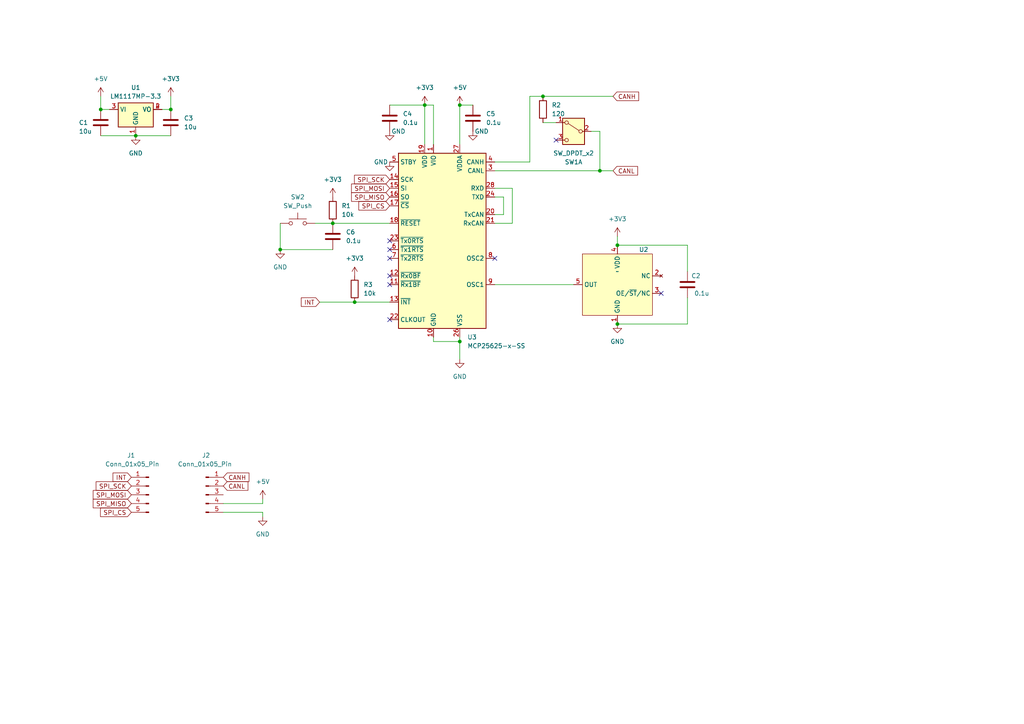
<source format=kicad_sch>
(kicad_sch (version 20230121) (generator eeschema)
  (paper "A4")
  (lib_symbols
    (symbol "Connector:Conn_01x05_Pin" (pin_names (offset 1.016) hide)
      (property "Reference" "J" (at 0 7.62 0))
      (property "Value" "Conn_01x05_Pin" (at 0 -7.62 0))
      (symbol "Conn_01x05_Pin_1_1"
        (polyline (pts (xy 1.27 -5.08) (xy 0.8636 -5.08)) (stroke (width 0.1524)))
        (polyline (pts (xy 1.27 -2.54) (xy 0.8636 -2.54)) (stroke (width 0.1524)))
        (polyline (pts (xy 1.27 0) (xy 0.8636 0)) (stroke (width 0.1524)))
        (polyline (pts (xy 1.27 2.54) (xy 0.8636 2.54)) (stroke (width 0.1524)))
        (polyline (pts (xy 1.27 5.08) (xy 0.8636 5.08)) (stroke (width 0.1524)))
        (rectangle (start 0.8636 -4.953) (end 0 -5.207) (stroke (width 0.1524)) (fill (type outline)))
        (rectangle (start 0.8636 -2.413) (end 0 -2.667) (stroke (width 0.1524)) (fill (type outline)))
        (rectangle (start 0.8636 0.127) (end 0 -0.127) (stroke (width 0.1524)) (fill (type outline)))
        (rectangle (start 0.8636 2.667) (end 0 2.413) (stroke (width 0.1524)) (fill (type outline)))
        (rectangle (start 0.8636 5.207) (end 0 4.953) (stroke (width 0.1524)) (fill (type outline)))
        (pin passive line (at 5.08 5.08 180) (length 3.81) (name "Pin_1") (number "1"))
        (pin passive line (at 5.08 2.54 180) (length 3.81) (name "Pin_2") (number "2"))
        (pin passive line (at 5.08 0 180) (length 3.81) (name "Pin_3") (number "3"))
        (pin passive line (at 5.08 -2.54 180) (length 3.81) (name "Pin_4") (number "4"))
        (pin passive line (at 5.08 -5.08 180) (length 3.81) (name "Pin_5") (number "5"))
      )
    )
    (symbol "Device:C" (pin_numbers hide) (pin_names (offset 0.254))
      (property "Reference" "C" (at 0.635 2.54 0))
      (property "Value" "C" (at 0.635 -2.54 0))
      (symbol "C_0_1"
        (polyline (pts (xy -2.032 -0.762) (xy 2.032 -0.762)) (stroke (width 0.508)))
        (polyline (pts (xy -2.032 0.762) (xy 2.032 0.762)) (stroke (width 0.508)))
      )
      (symbol "C_1_1"
        (pin passive line (at 0 3.81 270) (length 2.794) (name "~") (number "1"))
        (pin passive line (at 0 -3.81 90) (length 2.794) (name "~") (number "2"))
      )
    )
    (symbol "Device:R" (pin_numbers hide) (pin_names (offset 0))
      (property "Reference" "R" (at 2.032 0 90))
      (property "Value" "R" (at 0 0 90))
      (symbol "R_0_1"
        (rectangle (start -1.016 -2.54) (end 1.016 2.54) (stroke (width 0.254)))
      )
      (symbol "R_1_1"
        (pin passive line (at 0 3.81 270) (length 1.27) (name "~") (number "1"))
        (pin passive line (at 0 -3.81 90) (length 1.27) (name "~") (number "2"))
      )
    )
    (symbol "Interface_CAN_LIN:MCP25625-x-SS"
      (property "Reference" "U" (at -11.43 26.67 0))
      (property "Value" "MCP25625-x-SS" (at 15.24 26.67 0))
      (symbol "MCP25625-x-SS_0_1"
        (rectangle (start -12.7 25.4) (end 12.7 -25.4) (stroke (width 0.254)) (fill (type background)))
      )
      (symbol "MCP25625-x-SS_1_1"
        (pin power_in line (at -2.54 27.94 270) (length 2.54) (name "VIO") (number "1"))
        (pin power_in line (at -2.54 -27.94 90) (length 2.54) (name "GND") (number "10"))
        (pin output line (at -15.24 -12.7 0) (length 2.54) (name "~{Rx1BF}") (number "11"))
        (pin output line (at -15.24 -10.16 0) (length 2.54) (name "~{Rx0BF}") (number "12"))
        (pin output line (at -15.24 -17.78 0) (length 2.54) (name "~{INT}") (number "13"))
        (pin input line (at -15.24 17.78 0) (length 2.54) (name "SCK") (number "14"))
        (pin input line (at -15.24 15.24 0) (length 2.54) (name "SI") (number "15"))
        (pin output line (at -15.24 12.7 0) (length 2.54) (name "SO") (number "16"))
        (pin input line (at -15.24 10.16 0) (length 2.54) (name "~{CS}") (number "17"))
        (pin input line (at -15.24 5.08 0) (length 2.54) (name "~{RESET}") (number "18"))
        (pin power_in line (at -5.08 27.94 270) (length 2.54) (name "VDD") (number "19"))
        (pin no_connect line (at 12.7 -15.24 180) (length 2.54) hide (name "NC") (number "2"))
        (pin output line (at 15.24 7.62 180) (length 2.54) (name "TxCAN") (number "20"))
        (pin input line (at 15.24 5.08 180) (length 2.54) (name "RxCAN") (number "21"))
        (pin output line (at -15.24 -22.86 0) (length 2.54) (name "CLKOUT") (number "22"))
        (pin input line (at -15.24 0 0) (length 2.54) (name "~{Tx0RTS}") (number "23"))
        (pin input line (at 15.24 12.7 180) (length 2.54) (name "TXD") (number "24"))
        (pin no_connect line (at 12.7 -17.78 180) (length 2.54) hide (name "NC") (number "25"))
        (pin power_in line (at 5.08 -27.94 90) (length 2.54) (name "VSS") (number "26"))
        (pin power_in line (at 5.08 27.94 270) (length 2.54) (name "VDDA") (number "27"))
        (pin output line (at 15.24 15.24 180) (length 2.54) (name "RXD") (number "28"))
        (pin bidirectional line (at 15.24 20.32 180) (length 2.54) (name "CANL") (number "3"))
        (pin bidirectional line (at 15.24 22.86 180) (length 2.54) (name "CANH") (number "4"))
        (pin input line (at -15.24 22.86 0) (length 2.54) (name "STBY") (number "5"))
        (pin input line (at -15.24 -2.54 0) (length 2.54) (name "~{Tx1RTS}") (number "6"))
        (pin input line (at -15.24 -5.08 0) (length 2.54) (name "~{Tx2RTS}") (number "7"))
        (pin output line (at 15.24 -5.08 180) (length 2.54) (name "OSC2") (number "8"))
        (pin input line (at 15.24 -12.7 180) (length 2.54) (name "OSC1") (number "9"))
      )
    )
    (symbol "MEMS:SIT2001B"
      (property "Reference" "U" (at 0 16.51 0))
      (symbol "SIT2001B_1_1"
        (rectangle (start -10.16 8.89) (end 10.16 -8.89) (fill (type background)))
        (pin power_in line (at 0 -11.43 90) (length 2.54) (name "GND") (number "1"))
        (pin no_connect line (at -12.7 2.54 0) (length 2.54) (name "NC") (number "2"))
        (pin input line (at -12.7 -2.54 0) (length 2.54) (name "OE/~{ST}/NC") (number "3"))
        (pin power_in line (at 0 11.43 270) (length 2.54) (name "VDD") (number "4"))
        (pin output line (at 12.7 0 180) (length 2.54) (name "OUT") (number "5"))
      )
    )
    (symbol "Regulator_Linear:LM1117MP-3.3"
      (property "Reference" "U1" (at 0 6.35 0))
      (property "Value" "LM1117MP-3.3" (at 0 3.81 0))
      (symbol "LM1117MP-3.3_0_1"
        (rectangle (start -5.08 1.905) (end 5.08 -5.08) (stroke (width 0.254)) (fill (type background)))
      )
      (symbol "LM1117MP-3.3_1_1"
        (pin power_in line (at 0 -7.62 90) (length 2.54) (name "GND") (number "1"))
        (pin power_out line (at 7.62 0 180) (length 2.54) (name "VO") (number "2"))
        (pin power_in line (at -7.62 0 0) (length 2.54) (name "VI") (number "3"))
        (pin power_out line (at 7.62 0 180) (length 2.54) (name "VO") (number "4"))
      )
    )
    (symbol "Switch:SW_DPDT_x2" (pin_names (offset 0) hide)
      (property "Reference" "SW" (at 0 5.08 0))
      (property "Value" "SW_DPDT_x2" (at 0 -5.08 0))
      (symbol "SW_DPDT_x2_0_0"
        (circle (center -2.032 0) (radius 0.508))
        (circle (center 2.032 -2.54) (radius 0.508))
      )
      (symbol "SW_DPDT_x2_0_1"
        (rectangle (start -3.175 3.81) (end 3.175 -3.81) (stroke (width 0.254)) (fill (type background)))
        (polyline (pts (xy -1.524 0.254) (xy 1.5748 2.286)))
        (circle (center 2.032 2.54) (radius 0.508))
      )
      (symbol "SW_DPDT_x2_1_1"
        (pin passive line (at 5.08 2.54 180) (length 2.54) (name "A") (number "1"))
        (pin passive line (at -5.08 0 0) (length 2.54) (name "B") (number "2"))
        (pin passive line (at 5.08 -2.54 180) (length 2.54) (name "C") (number "3"))
      )
      (symbol "SW_DPDT_x2_2_1"
        (pin passive line (at 5.08 2.54 180) (length 2.54) (name "A") (number "4"))
        (pin passive line (at -5.08 0 0) (length 2.54) (name "B") (number "5"))
        (pin passive line (at 5.08 -2.54 180) (length 2.54) (name "C") (number "6"))
      )
    )
    (symbol "Switch:SW_Push" (pin_numbers hide) (pin_names (offset 1.016) hide)
      (property "Reference" "SW" (at 1.27 2.54 0))
      (property "Value" "SW_Push" (at 0 -1.524 0))
      (symbol "SW_Push_0_1"
        (circle (center -2.032 0) (radius 0.508))
        (polyline (pts (xy 0 1.27) (xy 0 3.048)))
        (polyline (pts (xy 2.54 1.27) (xy -2.54 1.27)))
        (circle (center 2.032 0) (radius 0.508))
        (pin passive line (at -5.08 0 0) (length 2.54) (name "1") (number "1"))
        (pin passive line (at 5.08 0 180) (length 2.54) (name "2") (number "2"))
      )
    )
    (symbol "power:+3V3" (power) (pin_names (offset 0))
      (property "Value" "+3V3" (at 0 3.556 0))
      (symbol "+3V3_0_1"
        (polyline (pts (xy -0.762 1.27) (xy 0 2.54)))
        (polyline (pts (xy 0 0) (xy 0 2.54)))
        (polyline (pts (xy 0 2.54) (xy 0.762 1.27)))
      )
      (symbol "+3V3_1_1"
        (pin power_in line (at 0 0 90) (length 0) hide (name "+3V3") (number "1"))
      )
    )
    (symbol "power:+5V" (power) (pin_names (offset 0))
      (property "Value" "+5V" (at 0 3.556 0))
      (symbol "+5V_0_1"
        (polyline (pts (xy -0.762 1.27) (xy 0 2.54)))
        (polyline (pts (xy 0 0) (xy 0 2.54)))
        (polyline (pts (xy 0 2.54) (xy 0.762 1.27)))
      )
      (symbol "+5V_1_1"
        (pin power_in line (at 0 0 90) (length 0) hide (name "+5V") (number "1"))
      )
    )
    (symbol "power:GND" (power) (pin_names (offset 0))
      (property "Value" "GND" (at 0 -3.81 0))
      (symbol "GND_0_1"
        (polyline (pts (xy 0 0) (xy 0 -1.27) (xy 1.27 -1.27) (xy 0 -2.54) (xy -1.27 -1.27) (xy 0 -1.27)))
      )
      (symbol "GND_1_1"
        (pin power_in line (at 0 0 270) (length 0) hide (name "GND") (number "1"))
      )
    )
  )
  (junction (at 102.87 87.63))
  (junction (at 81.28 72.39))
  (junction (at 133.35 30.48))
  (junction (at 96.52 64.77))
  (junction (at 173.99 49.53))
  (junction (at 123.19 30.48))
  (junction (at 179.07 93.98))
  (junction (at 49.53 31.75))
  (junction (at 29.21 31.75))
  (junction (at 133.35 99.06))
  (junction (at 157.48 27.94))
  (junction (at 39.37 39.37))
  (junction (at 179.07 71.12))
  (no_connect (at 191.77 85.09))
  (no_connect (at 113.03 69.85))
  (no_connect (at 161.29 40.64))
  (no_connect (at 113.03 72.39))
  (no_connect (at 113.03 80.01))
  (no_connect (at 113.03 82.55))
  (no_connect (at 113.03 92.71))
  (no_connect (at 113.03 74.93))
  (no_connect (at 143.51 74.93))
  (wire (pts (xy 76.2 144.78) (xy 76.2 146.05)))
  (wire (pts (xy 125.73 99.06) (xy 133.35 99.06)))
  (wire (pts (xy 143.51 54.61) (xy 148.59 54.61)))
  (wire (pts (xy 166.37 82.55) (xy 143.51 82.55)))
  (wire (pts (xy 81.28 72.39) (xy 96.52 72.39)))
  (wire (pts (xy 113.03 30.48) (xy 123.19 30.48)))
  (wire (pts (xy 49.53 31.75) (xy 46.99 31.75)))
  (wire (pts (xy 64.77 148.59) (xy 76.2 148.59)))
  (wire (pts (xy 123.19 30.48) (xy 123.19 41.91)))
  (wire (pts (xy 173.99 49.53) (xy 177.8 49.53)))
  (wire (pts (xy 153.67 27.94) (xy 153.67 46.99)))
  (wire (pts (xy 49.53 27.94) (xy 49.53 31.75)))
  (wire (pts (xy 199.39 93.98) (xy 179.07 93.98)))
  (wire (pts (xy 199.39 86.36) (xy 199.39 93.98)))
  (wire (pts (xy 143.51 57.15) (xy 146.05 57.15)))
  (wire (pts (xy 148.59 64.77) (xy 143.51 64.77)))
  (wire (pts (xy 123.19 30.48) (xy 125.73 30.48)))
  (wire (pts (xy 173.99 38.1) (xy 173.99 49.53)))
  (wire (pts (xy 102.87 87.63) (xy 113.03 87.63)))
  (wire (pts (xy 81.28 72.39) (xy 81.28 64.77)))
  (wire (pts (xy 133.35 30.48) (xy 137.16 30.48)))
  (wire (pts (xy 153.67 46.99) (xy 143.51 46.99)))
  (wire (pts (xy 133.35 99.06) (xy 133.35 104.14)))
  (wire (pts (xy 146.05 62.23) (xy 143.51 62.23)))
  (wire (pts (xy 173.99 49.53) (xy 143.51 49.53)))
  (wire (pts (xy 179.07 68.58) (xy 179.07 71.12)))
  (wire (pts (xy 31.75 31.75) (xy 29.21 31.75)))
  (wire (pts (xy 177.8 27.94) (xy 157.48 27.94)))
  (wire (pts (xy 76.2 148.59) (xy 76.2 149.86)))
  (wire (pts (xy 92.71 87.63) (xy 102.87 87.63)))
  (wire (pts (xy 64.77 146.05) (xy 76.2 146.05)))
  (wire (pts (xy 133.35 30.48) (xy 133.35 41.91)))
  (wire (pts (xy 91.44 64.77) (xy 96.52 64.77)))
  (wire (pts (xy 171.45 38.1) (xy 173.99 38.1)))
  (wire (pts (xy 157.48 27.94) (xy 153.67 27.94)))
  (wire (pts (xy 125.73 30.48) (xy 125.73 41.91)))
  (wire (pts (xy 148.59 54.61) (xy 148.59 64.77)))
  (wire (pts (xy 96.52 64.77) (xy 113.03 64.77)))
  (wire (pts (xy 29.21 39.37) (xy 39.37 39.37)))
  (wire (pts (xy 157.48 35.56) (xy 161.29 35.56)))
  (wire (pts (xy 146.05 57.15) (xy 146.05 62.23)))
  (wire (pts (xy 133.35 97.79) (xy 133.35 99.06)))
  (wire (pts (xy 125.73 97.79) (xy 125.73 99.06)))
  (wire (pts (xy 179.07 71.12) (xy 199.39 71.12)))
  (wire (pts (xy 199.39 71.12) (xy 199.39 78.74)))
  (wire (pts (xy 39.37 39.37) (xy 49.53 39.37)))
  (wire (pts (xy 29.21 31.75) (xy 29.21 27.94)))
  (global_label "SPI_CS" (shape input) (at 38.1 148.59 180) (property "Intersheetrefs" "${INTERSHEET_REFS}" (effects hide)))
  (global_label "CANL" (shape input) (at 64.77 140.97 0) (property "Intersheetrefs" "${INTERSHEET_REFS}" (effects hide)))
  (global_label "SPI_MOSI" (shape input) (at 113.03 54.61 180) (property "Intersheetrefs" "${INTERSHEET_REFS}" (effects hide)))
  (global_label "CANL" (shape input) (at 177.8 49.53 0) (property "Intersheetrefs" "${INTERSHEET_REFS}" (effects hide)))
  (global_label "SPI_CS" (shape input) (at 113.03 59.69 180) (property "Intersheetrefs" "${INTERSHEET_REFS}" (effects hide)))
  (global_label "SPI_SCK" (shape input) (at 113.03 52.07 180) (property "Intersheetrefs" "${INTERSHEET_REFS}" (effects hide)))
  (global_label "SPI_MISO" (shape input) (at 113.03 57.15 180) (property "Intersheetrefs" "${INTERSHEET_REFS}" (effects hide)))
  (global_label "INT" (shape input) (at 92.71 87.63 180) (property "Intersheetrefs" "${INTERSHEET_REFS}" (effects hide)))
  (global_label "SPI_MOSI" (shape input) (at 38.1 143.51 180) (property "Intersheetrefs" "${INTERSHEET_REFS}" (effects hide)))
  (global_label "CANH" (shape input) (at 64.77 138.43 0) (property "Intersheetrefs" "${INTERSHEET_REFS}" (effects hide)))
  (global_label "SPI_SCK" (shape input) (at 38.1 140.97 180) (property "Intersheetrefs" "${INTERSHEET_REFS}" (effects hide)))
  (global_label "INT" (shape input) (at 38.1 138.43 180) (property "Intersheetrefs" "${INTERSHEET_REFS}" (effects hide)))
  (global_label "SPI_MISO" (shape input) (at 38.1 146.05 180) (property "Intersheetrefs" "${INTERSHEET_REFS}" (effects hide)))
  (global_label "CANH" (shape input) (at 177.8 27.94 0) (property "Intersheetrefs" "${INTERSHEET_REFS}" (effects hide)))
  (symbol (lib_id "Device:C") (at 49.53 35.56 0) (unit 1)
    (property "Reference" "C3" (at 53.34 34.29 0) (effects (justify left)))
    (property "Value" "10u" (at 53.34 36.83 0) (effects (justify left)))
    (property "Footprint" "Capacitor_SMD:C_0603_1608Metric" (effects hide))
  )
  (symbol (lib_id "Device:C") (at 199.39 82.55 0) (mirror y) (unit 1)
    (property "Reference" "C2" (at 203.2 80.01 0) (effects (justify left)))
    (property "Value" "0.1u" (at 205.74 85.09 0) (effects (justify left)))
    (property "Footprint" "Capacitor_SMD:C_0603_1608Metric" (effects hide))
  )
  (symbol (lib_id "power:GND") (at 133.35 104.14 0) (unit 1)
    (property "Reference" "#PWR010" (effects hide))
    (property "Value" "GND" (at 133.35 109.22 0))
  )
  (symbol (lib_id "power:+3V3") (at 49.53 27.94 0) (unit 1)
    (property "Reference" "#PWR03" (effects hide))
    (property "Value" "+3V3" (at 49.53 22.86 0))
  )
  (symbol (lib_id "power:+3V3") (at 96.52 57.15 0) (unit 1)
    (property "Reference" "#PWR016" (effects hide))
    (property "Value" "+3V3" (at 96.52 52.07 0))
  )
  (symbol (lib_id "power:GND") (at 113.03 38.1 0) (unit 1)
    (property "Reference" "#PWR011" (effects hide))
    (property "Value" "GND" (at 115.57 38.1 0))
  )
  (symbol (lib_id "power:GND") (at 137.16 38.1 0) (unit 1)
    (property "Reference" "#PWR012" (effects hide))
    (property "Value" "GND" (at 139.7 38.1 0))
  )
  (symbol (lib_id "power:+5V") (at 76.2 144.78 0) (unit 1)
    (property "Reference" "#PWR014" (effects hide))
    (property "Value" "+5V" (at 76.2 139.7 0))
  )
  (symbol (lib_id "power:GND") (at 113.03 46.99 0) (unit 1)
    (property "Reference" "#PWR015" (effects hide))
    (property "Value" "GND" (at 110.49 46.99 0))
  )
  (symbol (lib_id "Device:R") (at 96.52 60.96 0) (unit 1)
    (property "Reference" "R1" (at 99.06 59.69 0) (effects (justify left)))
    (property "Value" "10k" (at 99.06 62.23 0) (effects (justify left)))
    (property "Footprint" "Resistor_SMD:R_0603_1608Metric" (effects hide))
  )
  (symbol (lib_id "Device:C") (at 96.52 68.58 0) (unit 1)
    (property "Reference" "C6" (at 100.33 67.31 0) (effects (justify left)))
    (property "Value" "0.1u" (at 100.33 69.85 0) (effects (justify left)))
    (property "Footprint" "Capacitor_SMD:C_0603_1608Metric" (effects hide))
  )
  (symbol (lib_id "power:GND") (at 39.37 39.37 0) (unit 1)
    (property "Reference" "#PWR02" (effects hide))
    (property "Value" "GND" (at 39.37 44.45 0))
  )
  (symbol (lib_id "Device:C") (at 29.21 35.56 0) (unit 1)
    (property "Reference" "C1" (at 22.86 35.56 0) (effects (justify left)))
    (property "Value" "10u" (at 22.86 38.1 0) (effects (justify left)))
    (property "Footprint" "Capacitor_SMD:C_0603_1608Metric" (effects hide))
  )
  (symbol (lib_id "Connector:Conn_01x05_Pin") (at 43.18 143.51 0) (mirror y) (unit 1)
    (property "Reference" "J1" (at 36.83 132.08 0) (effects (justify right)))
    (property "Value" "Conn_01x05_Pin" (at 30.48 134.62 0) (effects (justify right)))
    (property "Footprint" "Connector_PinHeader_2.54mm:PinHeader_1x05_P2.54mm_Vertical" (effects hide))
  )
  (symbol (lib_id "power:GND") (at 81.28 72.39 0) (unit 1)
    (property "Reference" "#PWR06" (effects hide))
    (property "Value" "GND" (at 81.28 77.47 0))
  )
  (symbol (lib_id "Interface_CAN_LIN:MCP25625-x-SS") (at 128.27 69.85 0) (unit 1)
    (property "Reference" "U3" (at 135.5441 97.79 0) (effects (justify left)))
    (property "Value" "MCP25625-x-SS" (at 135.5441 100.33 0) (effects (justify left)))
    (property "Footprint" "Package_SO:SSOP-28_5.3x10.2mm_P0.65mm" (effects hide))
    (property "Datasheet" "http://ww1.microchip.com/downloads/en/DeviceDoc/20005282B.pdf" (effects hide))
  )
  (symbol (lib_id "Device:R") (at 157.48 31.75 0) (unit 1)
    (property "Reference" "R2" (at 160.02 30.48 0) (effects (justify left)))
    (property "Value" "120" (at 160.02 33.02 0) (effects (justify left)))
    (property "Footprint" "Resistor_SMD:R_0603_1608Metric" (effects hide))
  )
  (symbol (lib_id "Device:C") (at 113.03 34.29 0) (unit 1)
    (property "Reference" "C4" (at 116.84 33.02 0) (effects (justify left)))
    (property "Value" "0.1u" (at 116.84 35.56 0) (effects (justify left)))
    (property "Footprint" "Capacitor_SMD:C_0603_1608Metric" (effects hide))
  )
  (symbol (lib_id "power:GND") (at 179.07 93.98 0) (mirror y) (unit 1)
    (property "Reference" "#PWR05" (effects hide))
    (property "Value" "GND" (at 179.07 99.06 0))
  )
  (symbol (lib_id "Device:R") (at 102.87 83.82 0) (unit 1)
    (property "Reference" "R3" (at 105.41 82.55 0) (effects (justify left)))
    (property "Value" "10k" (at 105.41 85.09 0) (effects (justify left)))
    (property "Footprint" "Resistor_SMD:R_0603_1608Metric" (effects hide))
  )
  (symbol (lib_id "MEMS:SIT2001B") (at 179.07 82.55 0) (mirror y) (unit 1)
    (property "Reference" "U2" (at 186.69 72.39 0))
    (property "Value" "~" (at 179.07 78.74 0))
    (property "Footprint" "Package_TO_SOT_SMD:SOT-23-5_HandSoldering" (effects hide))
  )
  (symbol (lib_id "Connector:Conn_01x05_Pin") (at 59.69 143.51 0) (unit 1)
    (property "Reference" "J2" (at 60.96 132.08 0) (effects (justify right)))
    (property "Value" "Conn_01x05_Pin" (at 67.31 134.62 0) (effects (justify right)))
    (property "Footprint" "Connector_PinHeader_2.54mm:PinHeader_1x05_P2.54mm_Vertical" (effects hide))
  )
  (symbol (lib_id "Switch:SW_DPDT_x2") (at 166.37 38.1 0) (mirror y) (unit 1)
    (property "Reference" "SW1" (at 166.37 46.99 0))
    (property "Value" "SW_DPDT_x2" (at 166.37 44.45 0))
    (property "Footprint" "slidesswtich:SSSS213202" (effects hide))
  )
  (symbol (lib_id "power:+3V3") (at 123.19 30.48 0) (unit 1)
    (property "Reference" "#PWR08" (effects hide))
    (property "Value" "+3V3" (at 123.19 25.4 0))
  )
  (symbol (lib_id "power:+5V") (at 29.21 27.94 0) (unit 1)
    (property "Reference" "#PWR01" (effects hide))
    (property "Value" "+5V" (at 29.21 22.86 0))
  )
  (symbol (lib_id "power:+3V3") (at 102.87 80.01 0) (unit 1)
    (property "Reference" "#PWR07" (effects hide))
    (property "Value" "+3V3" (at 102.87 74.93 0))
  )
  (symbol (lib_id "power:+5V") (at 133.35 30.48 0) (unit 1)
    (property "Reference" "#PWR09" (effects hide))
    (property "Value" "+5V" (at 133.35 25.4 0))
  )
  (symbol (lib_id "Switch:SW_Push") (at 86.36 64.77 0) (unit 1)
    (property "Reference" "SW2" (at 86.36 57.15 0))
    (property "Value" "SW_Push" (at 86.36 59.69 0))
    (property "Footprint" "Button_Switch_THT:SW_PUSH_6mm_H7.3mm" (effects hide))
  )
  (symbol (lib_id "Regulator_Linear:LM1117MP-3.3") (at 39.37 31.75 0) (unit 1)
    (property "Reference" "U1" (at 39.37 25.4 0))
    (property "Value" "LM1117MP-3.3" (at 39.37 27.94 0))
    (property "Footprint" "Package_TO_SOT_SMD:SOT-223" (effects hide))
    (property "Datasheet" "http://www.ti.com/lit/ds/symlink/lm1117.pdf" (effects hide))
  )
  (symbol (lib_id "power:GND") (at 76.2 149.86 0) (unit 1)
    (property "Reference" "#PWR013" (effects hide))
    (property "Value" "GND" (at 76.2 154.94 0))
  )
  (symbol (lib_id "power:+3V3") (at 179.07 68.58 0) (mirror y) (unit 1)
    (property "Reference" "#PWR04" (effects hide))
    (property "Value" "+3V3" (at 179.07 63.5 0))
  )
  (symbol (lib_id "Device:C") (at 137.16 34.29 0) (unit 1)
    (property "Reference" "C5" (at 140.97 33.02 0) (effects (justify left)))
    (property "Value" "0.1u" (at 140.97 35.56 0) (effects (justify left)))
    (property "Footprint" "Capacitor_SMD:C_0603_1608Metric" (effects hide))
  )
)
</source>
